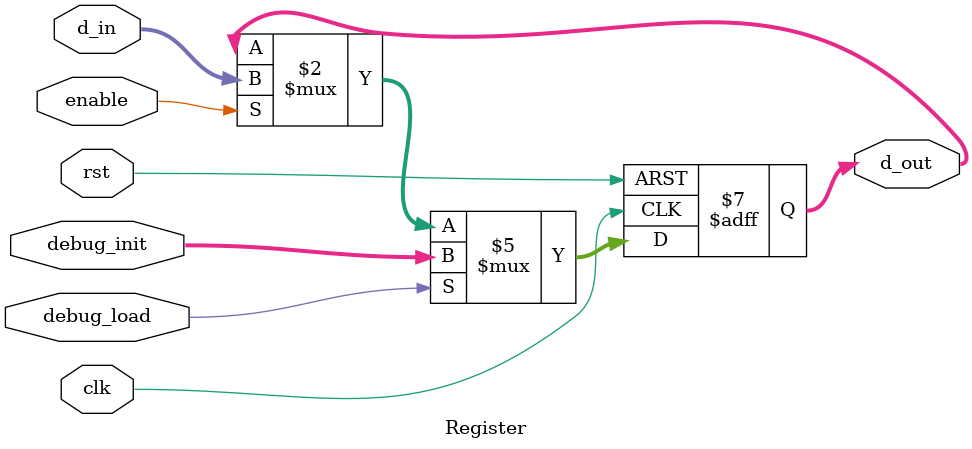
<source format=v>
module Register (
    input wire [15:0] d_in,
    input wire clk,
    input wire rst,
    input wire enable,
    input wire [15:0] debug_init,    // Values for debugging
    input wire debug_load,           // Enable for Debugging part
    output reg [15:0] d_out
);

always @(posedge clk or posedge rst) begin
    if (rst) begin
        d_out <= 16'b0;
    end else if (debug_load) begin
        d_out <= debug_init;
    end else if (enable) begin
        d_out <= d_in;
    end
end
endmodule
</source>
